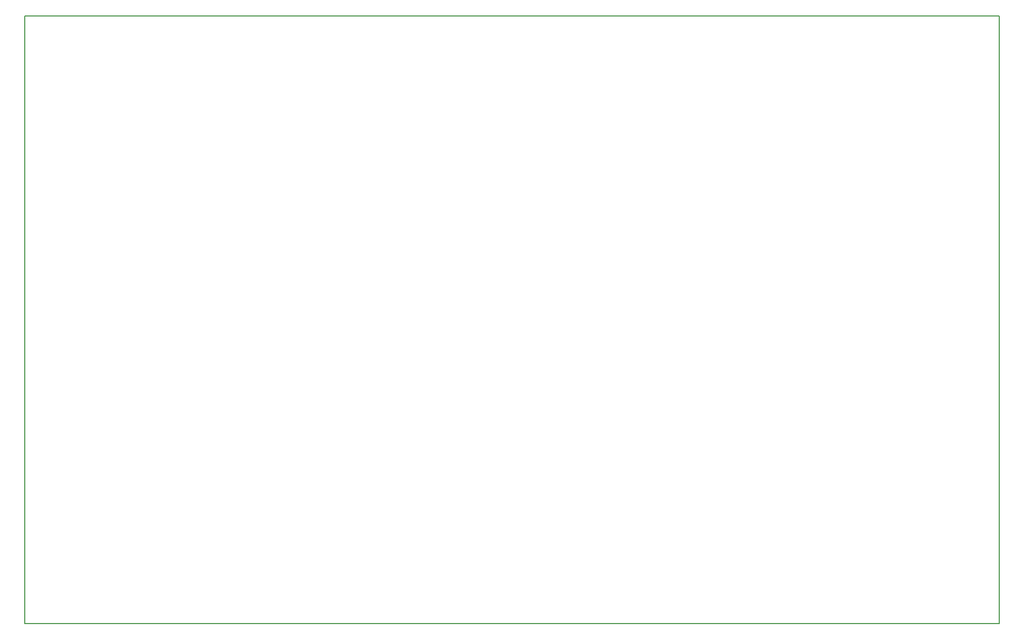
<source format=gm1>
G04 #@! TF.GenerationSoftware,KiCad,Pcbnew,(6.0.11)*
G04 #@! TF.CreationDate,2024-04-02T11:50:42-04:00*
G04 #@! TF.ProjectId,DAISY256,44414953-5932-4353-962e-6b696361645f,rev?*
G04 #@! TF.SameCoordinates,Original*
G04 #@! TF.FileFunction,Profile,NP*
%FSLAX46Y46*%
G04 Gerber Fmt 4.6, Leading zero omitted, Abs format (unit mm)*
G04 Created by KiCad (PCBNEW (6.0.11)) date 2024-04-02 11:50:42*
%MOMM*%
%LPD*%
G01*
G04 APERTURE LIST*
G04 #@! TA.AperFunction,Profile*
%ADD10C,0.150000*%
G04 #@! TD*
G04 APERTURE END LIST*
D10*
X46180000Y-158570000D02*
X76380000Y-158570000D01*
X176280000Y-158570000D02*
X206180000Y-158570000D01*
X46180000Y-58670000D02*
X76380000Y-58670000D01*
X176280000Y-58670000D02*
X76380000Y-58670000D01*
X206180000Y-58670000D02*
X206180000Y-158570000D01*
X176280000Y-58670000D02*
X206180000Y-58670000D01*
X76380000Y-158570000D02*
X176280000Y-158570000D01*
X46180000Y-58670000D02*
X46180000Y-158570000D01*
M02*

</source>
